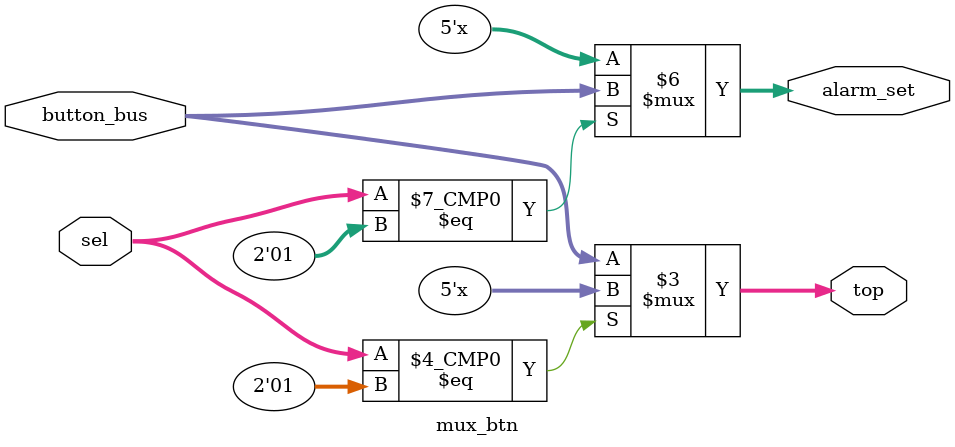
<source format=v>
`timescale 1ns / 1ps


module mux_btn(
    input [4:0] button_bus,
    input [1:0]sel,
    output reg [4:0 ]top, alarm_set
    );
    
always @(sel)begin 
    case(sel)
        2'b01 : begin
            alarm_set <= button_bus;
        end
        default : top <= button_bus;
    endcase
end    
endmodule

</source>
